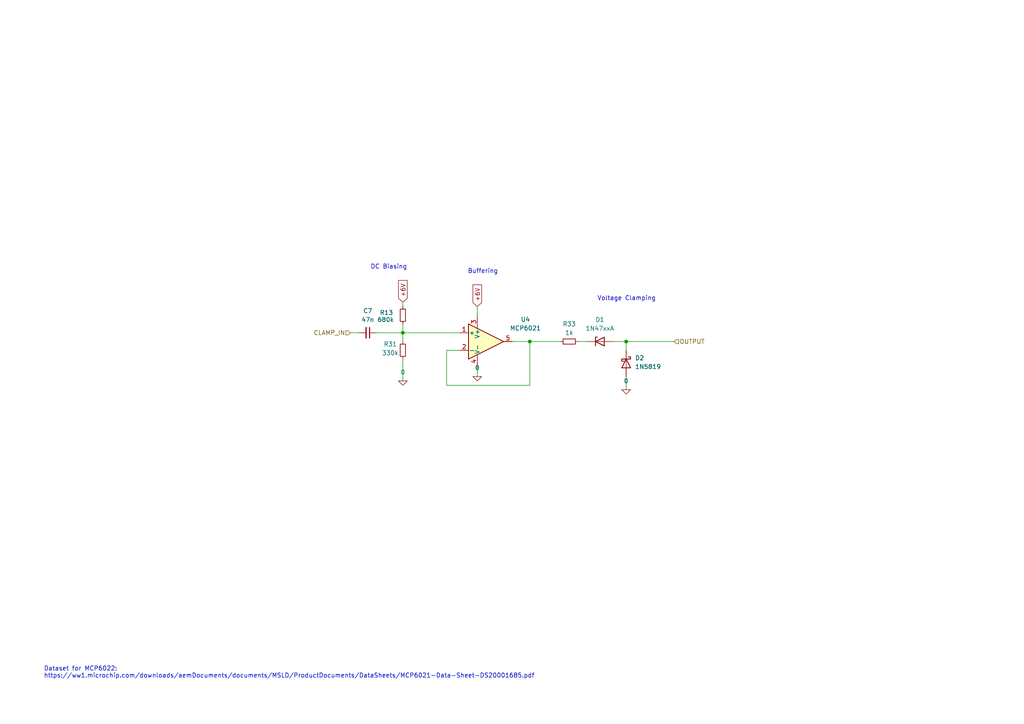
<source format=kicad_sch>
(kicad_sch (version 20250114) (generator "eeschema") (generator_version "9.0")
  (paper "A4")
  (lib_symbols
    (symbol "0_1" (power) (pin_numbers (hide yes)) (pin_names (offset 0) (hide yes))
      (property "Value" "0" (at 0 -2.54 0))
      (symbol "0_1_0_1"
        (polyline (pts (xy -1.27 0) (xy 0 -1.27) (xy 1.27 0) (xy -1.27 0)))
      )
      (symbol "0_1_1_1"
        (pin power_in line (at 0 0 0) (length 0) (name "~") (number "1"))
      )
    )
    (symbol "Custom_Symbols:MCP6021" (pin_names (offset 0.127))
      (property "Reference" "U" (at 0 5.08 0))
      (property "Value" "MCP6021" (at 0 -5.08 0))
      (symbol "MCP6021_1_1"
        (polyline (pts (xy -5.08 5.08) (xy 5.08 0) (xy -5.08 -5.08) (xy -5.08 5.08)) (stroke (width 0.254)) (fill (type background)))
        (pin input line (at -7.62 2.54 0) (length 2.54) (name "+") (number "1"))
        (pin input line (at -7.62 -2.54 0) (length 2.54) (name "-") (number "2"))
        (pin power_in line (at -2.54 7.62 270) (length 3.81) (name "V+") (number "3"))
        (pin power_in line (at -2.54 -7.62 90) (length 3.81) (name "V-") (number "4"))
        (pin output line (at 7.62 0 180) (length 2.54) (name "~") (number "5"))
      )
    )
    (symbol "Device:C_Small" (pin_numbers (hide yes)) (pin_names (offset 0.254) (hide yes))
      (property "Reference" "C" (at 0.254 1.778 0))
      (property "Value" "C_Small" (at 0.254 -2.032 0))
      (symbol "C_Small_0_1"
        (polyline (pts (xy -1.524 0.508) (xy 1.524 0.508)) (stroke (width 0.3048)))
        (polyline (pts (xy -1.524 -0.508) (xy 1.524 -0.508)) (stroke (width 0.3302)))
      )
      (symbol "C_Small_1_1"
        (pin passive line (at 0 2.54 270) (length 2.032) (name "~") (number "1"))
        (pin passive line (at 0 -2.54 90) (length 2.032) (name "~") (number "2"))
      )
    )
    (symbol "Device:R_Small" (pin_numbers (hide yes)) (pin_names (offset 0.254) (hide yes))
      (property "Reference" "R" (at 0.762 0.508 0))
      (property "Value" "R_Small" (at 0.762 -1.016 0))
      (symbol "R_Small_0_1"
        (rectangle (start -0.762 1.778) (end 0.762 -1.778) (stroke (width 0.2032)))
      )
      (symbol "R_Small_1_1"
        (pin passive line (at 0 2.54 270) (length 0.762) (name "~") (number "1"))
        (pin passive line (at 0 -2.54 90) (length 0.762) (name "~") (number "2"))
      )
    )
    (symbol "Diode:1N47xxA" (pin_numbers (hide yes)) (pin_names (hide yes))
      (property "Reference" "D" (at 0 2.54 0))
      (property "Value" "1N47xxA" (at 0 -2.54 0))
      (symbol "1N47xxA_0_1"
        (polyline (pts (xy -1.27 -1.27) (xy -1.27 1.27) (xy -0.762 1.27)) (stroke (width 0.254)))
        (polyline (pts (xy 1.27 0) (xy -1.27 0)))
        (polyline (pts (xy 1.27 -1.27) (xy 1.27 1.27) (xy -1.27 0) (xy 1.27 -1.27)) (stroke (width 0.254)))
      )
      (symbol "1N47xxA_1_1"
        (pin passive line (at -3.81 0 0) (length 2.54) (name "K") (number "1"))
        (pin passive line (at 3.81 0 180) (length 2.54) (name "A") (number "2"))
      )
    )
    (symbol "Diode:1N5819" (pin_numbers (hide yes)) (pin_names (offset 1.016) (hide yes))
      (property "Reference" "D" (at 0 2.54 0))
      (property "Value" "1N5819" (at 0 -2.54 0))
      (symbol "1N5819_0_1"
        (polyline (pts (xy -1.905 0.635) (xy -1.905 1.27) (xy -1.27 1.27) (xy -1.27 -1.27) (xy -0.635 -1.27) (xy -0.635 -0.635)) (stroke (width 0.254)))
        (polyline (pts (xy 1.27 1.27) (xy 1.27 -1.27) (xy -1.27 0) (xy 1.27 1.27)) (stroke (width 0.254)))
        (polyline (pts (xy 1.27 0) (xy -1.27 0)))
      )
      (symbol "1N5819_1_1"
        (pin passive line (at -3.81 0 0) (length 2.54) (name "K") (number "1"))
        (pin passive line (at 3.81 0 180) (length 2.54) (name "A") (number "2"))
      )
    )
    (symbol "Simulation_SPICE:0" (power) (pin_numbers (hide yes)) (pin_names (offset 0) (hide yes))
      (property "Value" "0" (at 0 -2.54 0))
      (symbol "0_0_1"
        (polyline (pts (xy -1.27 0) (xy 0 -1.27) (xy 1.27 0) (xy -1.27 0)))
      )
      (symbol "0_1_1"
        (pin power_in line (at 0 0 0) (length 0) (name "~") (number "1"))
      )
    )
  )
  (text "DC Biasing" (at 107.442 78.232 0) (effects (font (size 1.27 1.27)) (justify left bottom)))
  (text "Voltage Clamping" (at 173.228 87.376 0) (effects (font (size 1.27 1.27)) (justify left bottom)))
  (text "Dataset for MCP6022:\nhttps://ww1.microchip.com/downloads/aemDocuments/documents/MSLD/ProductDocuments/DataSheets/MCP6021-Data-Sheet-DS20001685.pdf" (at 12.7 196.85 0) (effects (font (size 1.27 1.27)) (justify left bottom)))
  (text "Buffering" (at 135.636 79.502 0) (effects (font (size 1.27 1.27)) (justify left bottom)))
  (junction (at 153.67 99.06))
  (junction (at 181.61 99.06))
  (junction (at 116.84 96.52))
  (wire (pts (xy 116.84 93.98) (xy 116.84 96.52)))
  (wire (pts (xy 153.67 99.06) (xy 148.59 99.06)))
  (wire (pts (xy 181.61 101.6) (xy 181.61 99.06)))
  (wire (pts (xy 129.54 101.6) (xy 129.54 111.76)))
  (wire (pts (xy 116.84 104.14) (xy 116.84 110.49)))
  (wire (pts (xy 153.67 99.06) (xy 162.56 99.06)))
  (wire (pts (xy 109.22 96.52) (xy 116.84 96.52)))
  (wire (pts (xy 167.64 99.06) (xy 170.18 99.06)))
  (wire (pts (xy 101.6 96.52) (xy 104.14 96.52)))
  (wire (pts (xy 138.43 109.22) (xy 138.43 106.68)))
  (wire (pts (xy 133.35 101.6) (xy 129.54 101.6)))
  (wire (pts (xy 129.54 111.76) (xy 153.67 111.76)))
  (wire (pts (xy 116.84 96.52) (xy 133.35 96.52)))
  (wire (pts (xy 116.84 87.63) (xy 116.84 88.9)))
  (wire (pts (xy 153.67 99.06) (xy 153.67 111.76)))
  (wire (pts (xy 181.61 109.22) (xy 181.61 113.03)))
  (wire (pts (xy 181.61 99.06) (xy 195.58 99.06)))
  (wire (pts (xy 177.8 99.06) (xy 181.61 99.06)))
  (wire (pts (xy 116.84 99.06) (xy 116.84 96.52)))
  (wire (pts (xy 138.43 88.9) (xy 138.43 91.44)))
  (global_label "+6V" (shape input) (at 138.43 88.9 90) (property "Intersheetrefs" "${INTERSHEET_REFS}" (effects (hide yes))))
  (global_label "+6V" (shape input) (at 116.84 87.63 90) (property "Intersheetrefs" "${INTERSHEET_REFS}" (effects (hide yes))))
  (hierarchical_label "OUTPUT" (shape input) (at 195.58 99.06 0))
  (hierarchical_label "CLAMP_IN" (shape input) (at 101.6 96.52 180))
  (symbol (lib_id "Device:R_Small") (at 116.84 101.6 0) (mirror x) (unit 1)
    (property "Reference" "R31" (at 111.252 99.822 0) (effects (justify left)))
    (property "Value" "330k" (at 110.744 102.362 0) (effects (justify left)))
    (property "Footprint" "Resistor_SMD:R_0201_0603Metric" (effects (hide yes)))
    (property "Description" "Resistor, small symbol" (effects (hide yes)))
  )
  (symbol (lib_id "Custom_Symbols:MCP6021") (at 140.97 99.06 0) (unit 1)
    (property "Reference" "U4" (at 152.4 92.6398 0))
    (property "Value" "MCP6021" (at 152.4 95.1798 0))
    (property "Footprint" "Package_TO_SOT_SMD:TSOT-23-5" (effects (hide yes)))
    (property "Datasheet" "https://www.analog.com/media/en/technical-documentation/data-sheets/AD8603_8607_8609.pdf" (effects (hide yes)))
    (property "Description" "Precision Micropower, Low Noise CMOS, Rail-to-Rail Input/Output Operational Amplifier, TSOT-23-5" (effects (hide yes)))
    (property "Sim.Library" "C:\\Users\\mmf03\\Desktop\\KiCad Libraries\\MCP602X\\MCP6021.lib" (effects (hide yes)))
    (property "Sim.Name" "MCP6021" (effects (hide yes)))
    (property "Sim.Device" "SUBCKT" (effects (hide yes)))
    (property "Sim.Pins" "1=1 2=2 3=3 4=4 5=5" (effects (hide yes)))
  )
  (symbol (lib_id "Device:R_Small") (at 165.1 99.06 90) (unit 1)
    (property "Reference" "R33" (at 165.1 93.98 90))
    (property "Value" "1k" (at 165.1 96.52 90))
    (property "Footprint" "Resistor_SMD:R_0201_0603Metric" (effects (hide yes)))
    (property "Description" "Resistor, small symbol" (effects (hide yes)))
  )
  (symbol (lib_name "0_1") (lib_id "Simulation_SPICE:0") (at 138.43 109.22 0) (unit 1)
    (property "Reference" "#GND021" (effects (hide yes)))
    (property "Value" "0" (at 138.43 106.68 0))
    (property "Datasheet" "https://ngspice.sourceforge.io/docs/ngspice-html-manual/manual.xhtml#subsec_Circuit_elements__device" (effects (hide yes)))
    (property "Description" "0V reference potential for simulation" (effects (hide yes)))
  )
  (symbol (lib_name "0_1") (lib_id "Simulation_SPICE:0") (at 181.61 113.03 0) (unit 1)
    (property "Reference" "#GND022" (effects (hide yes)))
    (property "Value" "0" (at 181.61 110.49 0))
    (property "Datasheet" "https://ngspice.sourceforge.io/docs/ngspice-html-manual/manual.xhtml#subsec_Circuit_elements__device" (effects (hide yes)))
    (property "Description" "0V reference potential for simulation" (effects (hide yes)))
  )
  (symbol (lib_id "Simulation_SPICE:0") (at 116.84 110.49 0) (mirror y) (unit 1)
    (property "Reference" "#GND08" (effects (hide yes)))
    (property "Value" "0" (at 116.84 107.95 0))
    (property "Datasheet" "https://ngspice.sourceforge.io/docs/ngspice-html-manual/manual.xhtml#subsec_Circuit_elements__device" (effects (hide yes)))
    (property "Description" "0V reference potential for simulation" (effects (hide yes)))
  )
  (symbol (lib_id "Device:C_Small") (at 106.68 96.52 270) (mirror x) (unit 1)
    (property "Reference" "C7" (at 106.6736 90.17 90))
    (property "Value" "47n" (at 106.6736 92.71 90))
    (property "Footprint" "Capacitor_SMD:C_0603_1608Metric" (effects (hide yes)))
  )
  (symbol (lib_id "Device:R_Small") (at 116.84 91.44 0) (mirror y) (unit 1)
    (property "Reference" "R13" (at 114.046 90.678 0) (effects (justify left)))
    (property "Value" "680k" (at 114.3 92.71 0) (effects (justify left)))
    (property "Footprint" "Resistor_SMD:R_0201_0603Metric" (effects (hide yes)))
    (property "Description" "Resistor, small symbol" (effects (hide yes)))
  )
  (symbol (lib_id "Diode:1N47xxA") (at 173.99 99.06 0) (unit 1)
    (property "Reference" "D1" (at 173.99 92.71 0))
    (property "Value" "1N47xxA" (at 173.99 95.25 0))
    (property "Footprint" "Diode_THT:D_DO-41_SOD81_P10.16mm_Horizontal" (effects (hide yes)))
    (property "Datasheet" "https://www.vishay.com/docs/85816/1n4728a.pdf" (effects (hide yes)))
    (property "Description" "1300mW Silicon planar power Zener diodes, DO-41" (effects (hide yes)))
    (property "Sim.Library" "C:\\Users\\mmf03\\Desktop\\KiCad Libraries\\Diodes\\1N4728A.lib" (effects (hide yes)))
    (property "Sim.Name" "DI_1N4728A" (effects (hide yes)))
    (property "Sim.Device" "SUBCKT" (effects (hide yes)))
    (property "Sim.Pins" "1=1 2=2" (effects (hide yes)))
  )
  (symbol (lib_id "Diode:1N5819") (at 181.61 105.41 270) (unit 1)
    (property "Reference" "D2" (at 184.15 103.8224 90) (effects (justify left)))
    (property "Value" "1N5819" (at 184.15 106.3624 90) (effects (justify left)))
    (property "Footprint" "Diode_THT:D_DO-41_SOD81_P10.16mm_Horizontal" (effects (hide yes)))
    (property "Datasheet" "http://www.vishay.com/docs/88525/1n5817.pdf" (effects (hide yes)))
    (property "Description" "40V 1A Schottky Barrier Rectifier Diode, DO-41" (effects (hide yes)))
    (property "Sim.Library" "C:\\Users\\mmf03\\Desktop\\KiCad Libraries\\Diodes\\Schottky.lib" (effects (hide yes)))
    (property "Sim.Name" "DI_1N5819" (effects (hide yes)))
    (property "Sim.Device" "SUBCKT" (effects (hide yes)))
    (property "Sim.Pins" "1=1 2=2" (effects (hide yes)))
  )
)
</source>
